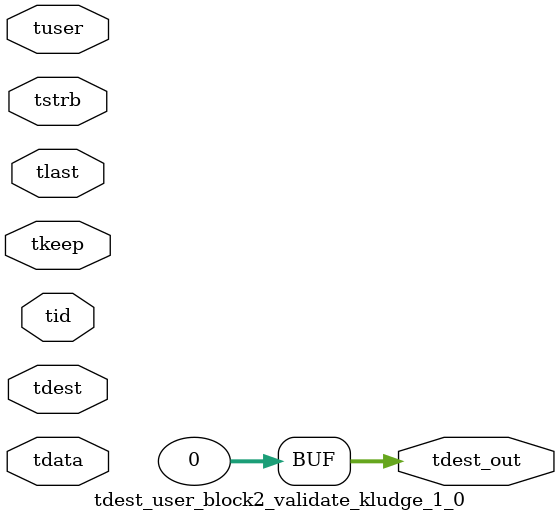
<source format=v>


`timescale 1ps/1ps

module tdest_user_block2_validate_kludge_1_0 #
(
parameter C_S_AXIS_TDATA_WIDTH = 32,
parameter C_S_AXIS_TUSER_WIDTH = 0,
parameter C_S_AXIS_TID_WIDTH   = 0,
parameter C_S_AXIS_TDEST_WIDTH = 0,
parameter C_M_AXIS_TDEST_WIDTH = 32
)
(
input  [(C_S_AXIS_TDATA_WIDTH == 0 ? 1 : C_S_AXIS_TDATA_WIDTH)-1:0     ] tdata,
input  [(C_S_AXIS_TUSER_WIDTH == 0 ? 1 : C_S_AXIS_TUSER_WIDTH)-1:0     ] tuser,
input  [(C_S_AXIS_TID_WIDTH   == 0 ? 1 : C_S_AXIS_TID_WIDTH)-1:0       ] tid,
input  [(C_S_AXIS_TDEST_WIDTH == 0 ? 1 : C_S_AXIS_TDEST_WIDTH)-1:0     ] tdest,
input  [(C_S_AXIS_TDATA_WIDTH/8)-1:0 ] tkeep,
input  [(C_S_AXIS_TDATA_WIDTH/8)-1:0 ] tstrb,
input                                                                    tlast,
output [C_M_AXIS_TDEST_WIDTH-1:0] tdest_out
);

assign tdest_out = {1'b0};

endmodule


</source>
